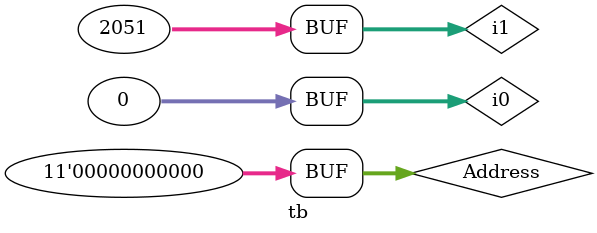
<source format=v>
`timescale 1 ns / 1 ps
module tb;
    reg [10:0] Address = 11'b0;
    wire [15:0] Q;

    integer i0 = 0, i1 = 0;

    GSR GSR_INST (.GSR(1'b1));
    PUR PUR_INST (.PUR(1'b1));

    registerFileTestROM u1 (.Address(Address), .Q(Q)
    );

    initial
    begin
       Address <= 0;
      #100;
      #10;
      for (i1 = 0; i1 < 2051; i1 = i1 + 1) begin
        #10;
         Address <= Address + 1'b1;
      end
    end
endmodule
</source>
